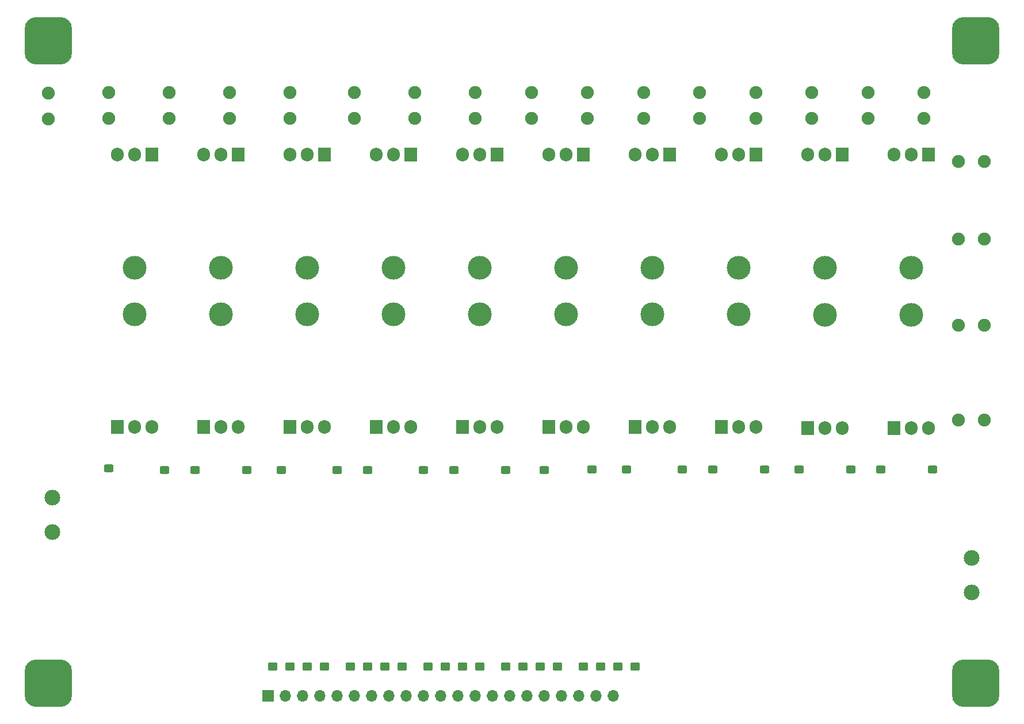
<source format=gbr>
%TF.GenerationSoftware,KiCad,Pcbnew,9.0.0*%
%TF.CreationDate,2025-04-04T10:54:07-06:00*%
%TF.ProjectId,Solenoid Breakout Board,536f6c65-6e6f-4696-9420-427265616b6f,rev?*%
%TF.SameCoordinates,Original*%
%TF.FileFunction,Soldermask,Bot*%
%TF.FilePolarity,Negative*%
%FSLAX46Y46*%
G04 Gerber Fmt 4.6, Leading zero omitted, Abs format (unit mm)*
G04 Created by KiCad (PCBNEW 9.0.0) date 2025-04-04 10:54:07*
%MOMM*%
%LPD*%
G01*
G04 APERTURE LIST*
G04 Aperture macros list*
%AMRoundRect*
0 Rectangle with rounded corners*
0 $1 Rounding radius*
0 $2 $3 $4 $5 $6 $7 $8 $9 X,Y pos of 4 corners*
0 Add a 4 corners polygon primitive as box body*
4,1,4,$2,$3,$4,$5,$6,$7,$8,$9,$2,$3,0*
0 Add four circle primitives for the rounded corners*
1,1,$1+$1,$2,$3*
1,1,$1+$1,$4,$5*
1,1,$1+$1,$6,$7*
1,1,$1+$1,$8,$9*
0 Add four rect primitives between the rounded corners*
20,1,$1+$1,$2,$3,$4,$5,0*
20,1,$1+$1,$4,$5,$6,$7,0*
20,1,$1+$1,$6,$7,$8,$9,0*
20,1,$1+$1,$8,$9,$2,$3,0*%
G04 Aperture macros list end*
%ADD10RoundRect,0.250000X0.450000X-0.350000X0.450000X0.350000X-0.450000X0.350000X-0.450000X-0.350000X0*%
%ADD11C,1.905000*%
%ADD12RoundRect,1.746250X-1.746250X-1.746250X1.746250X-1.746250X1.746250X1.746250X-1.746250X1.746250X0*%
%ADD13RoundRect,0.250000X0.450000X-0.325000X0.450000X0.325000X-0.450000X0.325000X-0.450000X-0.325000X0*%
%ADD14C,2.311400*%
%ADD15R,1.700000X1.700000*%
%ADD16O,1.700000X1.700000*%
%ADD17C,3.500000*%
%ADD18R,1.905000X2.000000*%
%ADD19O,1.905000X2.000000*%
G04 APERTURE END LIST*
D10*
%TO.C,R29*%
X106680000Y-149320000D03*
%TD*%
D11*
%TO.C,L4*%
X74930000Y-64770000D03*
X74930000Y-68580000D03*
%TD*%
D12*
%TO.C,REF\u002A\u002A*%
X48260000Y-57150000D03*
%TD*%
D13*
%TO.C,D2*%
X65405000Y-120405000D03*
%TD*%
D10*
%TO.C,R43*%
X118110000Y-149320000D03*
%TD*%
D14*
%TO.C,J2*%
X48895000Y-124460000D03*
X48895000Y-129540000D03*
%TD*%
D11*
%TO.C,L9*%
X119380000Y-64770000D03*
X119380000Y-68580000D03*
%TD*%
D12*
%TO.C,REF\u002A\u002A*%
X48260000Y-151765000D03*
%TD*%
%TO.C,REF\u002A\u002A*%
X184785000Y-151765000D03*
%TD*%
D10*
%TO.C,R28*%
X115570000Y-149320000D03*
%TD*%
D11*
%TO.C,L20*%
X186055000Y-74930000D03*
X182245000Y-74930000D03*
%TD*%
D13*
%TO.C,D21*%
X121285000Y-120405000D03*
%TD*%
%TO.C,D11*%
X95250000Y-120405000D03*
%TD*%
D11*
%TO.C,L14*%
X186055000Y-99060000D03*
X182245000Y-99060000D03*
%TD*%
D13*
%TO.C,D3*%
X69850000Y-120405000D03*
%TD*%
D10*
%TO.C,R2*%
X83820000Y-149320000D03*
%TD*%
D13*
%TO.C,D36*%
X170815000Y-120260000D03*
%TD*%
%TO.C,D9*%
X82550000Y-120405000D03*
%TD*%
D10*
%TO.C,R41*%
X120650000Y-149320000D03*
%TD*%
D11*
%TO.C,L10*%
X152400000Y-64770000D03*
X152400000Y-68580000D03*
%TD*%
D13*
%TO.C,D35*%
X166370000Y-120260000D03*
%TD*%
%TO.C,D29*%
X153670000Y-120260000D03*
%TD*%
D11*
%TO.C,L13*%
X144145000Y-64770000D03*
X144145000Y-68580000D03*
%TD*%
D10*
%TO.C,R52*%
X129540000Y-149320000D03*
%TD*%
D11*
%TO.C,L7*%
X102235000Y-64770000D03*
X102235000Y-68580000D03*
%TD*%
D10*
%TO.C,R22*%
X100330000Y-149320000D03*
%TD*%
D11*
%TO.C,L5*%
X83820000Y-64770000D03*
X83820000Y-68580000D03*
%TD*%
D13*
%TO.C,D30*%
X141605000Y-120260000D03*
%TD*%
%TO.C,D27*%
X158750000Y-120260000D03*
%TD*%
D10*
%TO.C,R1*%
X81280000Y-149320000D03*
%TD*%
%TO.C,R14*%
X95250000Y-149320000D03*
%TD*%
D13*
%TO.C,D4*%
X77470000Y-120405000D03*
%TD*%
D11*
%TO.C,L1*%
X48260000Y-64845000D03*
X48260000Y-68655000D03*
%TD*%
%TO.C,L17*%
X160655000Y-64770000D03*
X160655000Y-68580000D03*
%TD*%
D13*
%TO.C,D28*%
X146050000Y-120260000D03*
%TD*%
D11*
%TO.C,L16*%
X177165000Y-64770000D03*
X177165000Y-68580000D03*
%TD*%
D13*
%TO.C,D10*%
X90805000Y-120405000D03*
%TD*%
D10*
%TO.C,R30*%
X109220000Y-149320000D03*
%TD*%
D11*
%TO.C,L2*%
X57150000Y-64770000D03*
X57150000Y-68580000D03*
%TD*%
D13*
%TO.C,D15*%
X103505000Y-120405000D03*
%TD*%
D15*
%TO.C,J1*%
X80645000Y-153670000D03*
D16*
X83185000Y-153670000D03*
X85725000Y-153670000D03*
X88265000Y-153670000D03*
X90805000Y-153670000D03*
X93345000Y-153670000D03*
X95885000Y-153670000D03*
X98425000Y-153670000D03*
X100965000Y-153670000D03*
X103505000Y-153670000D03*
X106045000Y-153670000D03*
X108585000Y-153670000D03*
X111125000Y-153670000D03*
X113665000Y-153670000D03*
X116205000Y-153670000D03*
X118745000Y-153670000D03*
X121285000Y-153670000D03*
X123825000Y-153670000D03*
X126365000Y-153670000D03*
X128905000Y-153670000D03*
X131445000Y-153670000D03*
%TD*%
D10*
%TO.C,R4*%
X88900000Y-149320000D03*
%TD*%
%TO.C,R15*%
X97790000Y-149320000D03*
%TD*%
D11*
%TO.C,L3*%
X66040000Y-64770000D03*
X66040000Y-68580000D03*
%TD*%
%TO.C,L19*%
X186055000Y-113030000D03*
X182245000Y-113030000D03*
%TD*%
D10*
%TO.C,R3*%
X86360000Y-149320000D03*
%TD*%
D11*
%TO.C,L6*%
X93345000Y-64770000D03*
X93345000Y-68580000D03*
%TD*%
D13*
%TO.C,D22*%
X128270000Y-120260000D03*
%TD*%
%TO.C,D20*%
X115570000Y-120405000D03*
%TD*%
%TO.C,D19*%
X133350000Y-120260000D03*
%TD*%
D10*
%TO.C,R23*%
X104140000Y-149320000D03*
%TD*%
D11*
%TO.C,L8*%
X111125000Y-64770000D03*
X111125000Y-68580000D03*
%TD*%
D10*
%TO.C,R40*%
X127000000Y-149320000D03*
%TD*%
D13*
%TO.C,D16*%
X107950000Y-120405000D03*
%TD*%
D10*
%TO.C,R53*%
X132080000Y-149320000D03*
%TD*%
D13*
%TO.C,D1*%
X57150000Y-120125500D03*
%TD*%
D12*
%TO.C,REF\u002A\u002A*%
X184785000Y-57150000D03*
%TD*%
D10*
%TO.C,R13*%
X92710000Y-149320000D03*
%TD*%
D11*
%TO.C,L15*%
X168910000Y-64770000D03*
X168910000Y-68580000D03*
%TD*%
%TO.C,L12*%
X135890000Y-64770000D03*
X135890000Y-68580000D03*
%TD*%
D13*
%TO.C,D37*%
X178435000Y-120260000D03*
%TD*%
D10*
%TO.C,R31*%
X111760000Y-149320000D03*
%TD*%
D14*
%TO.C,J3*%
X184150000Y-138430000D03*
X184150000Y-133350000D03*
%TD*%
D10*
%TO.C,R54*%
X134620000Y-149320000D03*
%TD*%
D11*
%TO.C,L11*%
X127635000Y-64770000D03*
X127635000Y-68580000D03*
%TD*%
%TO.C,L18*%
X186055000Y-86360000D03*
X182245000Y-86360000D03*
%TD*%
D10*
%TO.C,R42*%
X123190000Y-149320000D03*
%TD*%
D17*
%TO.C,Q5*%
X86360000Y-97395000D03*
D18*
X83820000Y-114055000D03*
D19*
X86360000Y-114055000D03*
X88900000Y-114055000D03*
%TD*%
D17*
%TO.C,Q14*%
X162560000Y-97545000D03*
D18*
X160020000Y-114205000D03*
D19*
X162560000Y-114205000D03*
X165100000Y-114205000D03*
%TD*%
D17*
%TO.C,Q7*%
X99060000Y-97395000D03*
D18*
X96520000Y-114055000D03*
D19*
X99060000Y-114055000D03*
X101600000Y-114055000D03*
%TD*%
D17*
%TO.C,Q8*%
X99060000Y-90560000D03*
D18*
X101600000Y-73900000D03*
D19*
X99060000Y-73900000D03*
X96520000Y-73900000D03*
%TD*%
D17*
%TO.C,Q11*%
X111760000Y-90560000D03*
D18*
X114300000Y-73900000D03*
D19*
X111760000Y-73900000D03*
X109220000Y-73900000D03*
%TD*%
D17*
%TO.C,Q19*%
X175260000Y-97545000D03*
D18*
X172720000Y-114205000D03*
D19*
X175260000Y-114205000D03*
X177800000Y-114205000D03*
%TD*%
D17*
%TO.C,Q15*%
X149860000Y-97395000D03*
D18*
X147320000Y-114055000D03*
D19*
X149860000Y-114055000D03*
X152400000Y-114055000D03*
%TD*%
D17*
%TO.C,Q13*%
X124460000Y-90560000D03*
D18*
X127000000Y-73900000D03*
D19*
X124460000Y-73900000D03*
X121920000Y-73900000D03*
%TD*%
D17*
%TO.C,Q12*%
X124460000Y-97395000D03*
D18*
X121920000Y-114055000D03*
D19*
X124460000Y-114055000D03*
X127000000Y-114055000D03*
%TD*%
D17*
%TO.C,Q20*%
X175260000Y-90560000D03*
D18*
X177800000Y-73900000D03*
D19*
X175260000Y-73900000D03*
X172720000Y-73900000D03*
%TD*%
D17*
%TO.C,Q16*%
X149860000Y-90560000D03*
D18*
X152400000Y-73900000D03*
D19*
X149860000Y-73900000D03*
X147320000Y-73900000D03*
%TD*%
D17*
%TO.C,Q9*%
X111760000Y-97395000D03*
D18*
X109220000Y-114055000D03*
D19*
X111760000Y-114055000D03*
X114300000Y-114055000D03*
%TD*%
D17*
%TO.C,Q6*%
X86360000Y-90560000D03*
D18*
X88900000Y-73900000D03*
D19*
X86360000Y-73900000D03*
X83820000Y-73900000D03*
%TD*%
D17*
%TO.C,Q2*%
X60960000Y-90560000D03*
D18*
X63500000Y-73900000D03*
D19*
X60960000Y-73900000D03*
X58420000Y-73900000D03*
%TD*%
D17*
%TO.C,Q3*%
X73660000Y-97395000D03*
D18*
X71120000Y-114055000D03*
D19*
X73660000Y-114055000D03*
X76200000Y-114055000D03*
%TD*%
D17*
%TO.C,Q17*%
X137160000Y-90560000D03*
D18*
X139700000Y-73900000D03*
D19*
X137160000Y-73900000D03*
X134620000Y-73900000D03*
%TD*%
D17*
%TO.C,Q18*%
X162560000Y-90560000D03*
D18*
X165100000Y-73900000D03*
D19*
X162560000Y-73900000D03*
X160020000Y-73900000D03*
%TD*%
D17*
%TO.C,Q1*%
X60960000Y-97395000D03*
D18*
X58420000Y-114055000D03*
D19*
X60960000Y-114055000D03*
X63500000Y-114055000D03*
%TD*%
D17*
%TO.C,Q4*%
X73660000Y-90560000D03*
D18*
X76200000Y-73900000D03*
D19*
X73660000Y-73900000D03*
X71120000Y-73900000D03*
%TD*%
D17*
%TO.C,Q10*%
X137160000Y-97395000D03*
D18*
X134620000Y-114055000D03*
D19*
X137160000Y-114055000D03*
X139700000Y-114055000D03*
%TD*%
M02*

</source>
